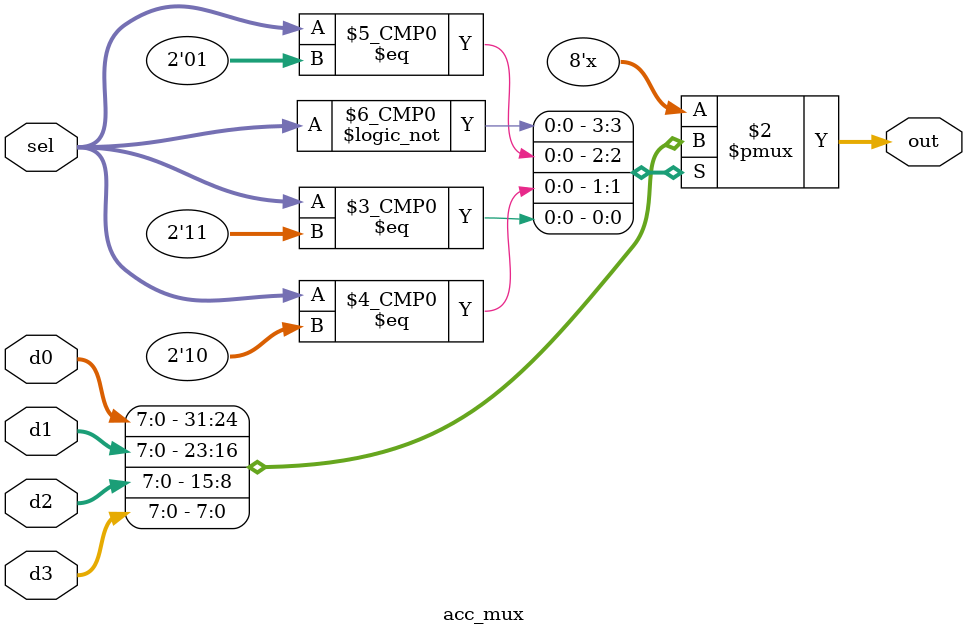
<source format=v>
module acc_mux #(parameter N = 8)
(input [N-1:0]d0,d1,d2,d3,
input [1:0] sel,
output reg [N-1:0] out);

always@(*)
	begin 
		case(sel)
		
		2'b00: out <= d0;
		2'b01: out <= d1;
		2'b10: out <= d2;
		2'b11: out <= d3;
		default: out <= d0;
		
		endcase
	end

endmodule
</source>
